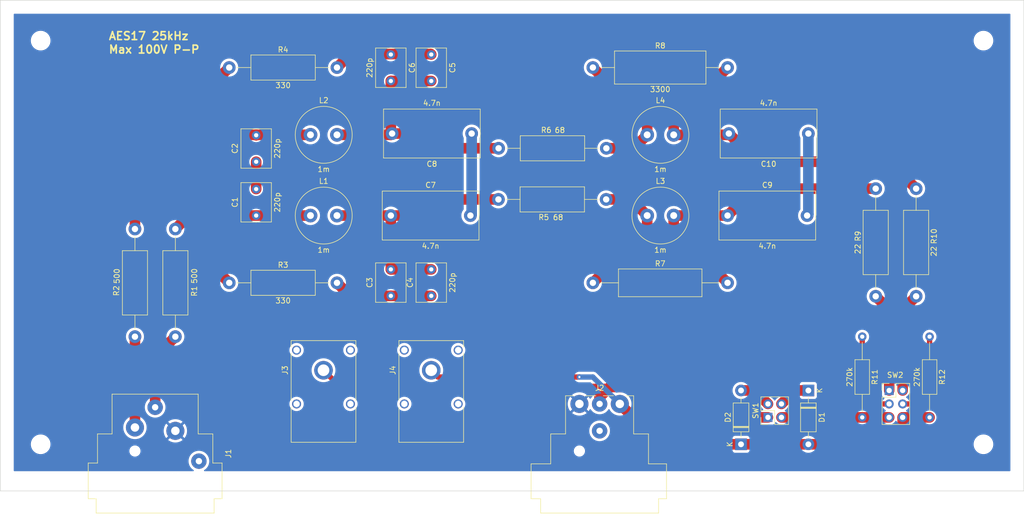
<source format=kicad_pcb>
(kicad_pcb (version 20221018) (generator pcbnew)
  (layers (0 "F.Cu" signal) (31 "B.Cu" signal) (34 "B.Paste" user) (35 "F.Paste" user) (36 "B.SilkS" user "B.Silkscreen") (37 "F.SilkS" user "F.Silkscreen") (38 "B.Mask" user) (39 "F.Mask" user) (44 "Edge.Cuts" user))
  (net 0 "")
  (net 1 "Net-(C1-Pad1)")
  (net 2 "Net-(C2-Pad2)")
  (net 3 "Net-(C1-Pad2)")
  (net 4 "Net-(C3-Pad1)")
  (net 5 "Net-(C3-Pad2)")
  (net 6 "Net-(C5-Pad1)")
  (net 7 "Net-(C5-Pad2)")
  (net 8 "Net-(C7-Pad2)")
  (net 9 "Net-(C9-Pad1)")
  (net 10 "Net-(C10-Pad1)")
  (net 11 "Net-(C10-Pad2)")
  (net 12 "Net-(D1-K)")
  (net 13 "Net-(D1-A)")
  (net 14 "Net-(D2-A)")
  (net 15 "GND")
  (net 16 "Net-(J1-Pad2)")
  (net 17 "Net-(J1-Pad3)")
  (net 18 "Net-(L3-Pad1)")
  (net 19 "Net-(L4-Pad1)")
  (net 20 "Net-(SW2A-B)")
  (net 21 "Net-(SW2B-B)")
  (net 22 "Net-(SW2A-C)")
  (net 23 "Net-(SW2B-C)")
  (net 24 "Net-(J3-Pin_1)")
  (footprint "Connector:Banana_Cliff_FCR7350x_S16N-PC_Horizontal" (layer "F.Cu") (at 129.54 115.56 90)
    (fp_text reference "J4" (at 0 -7.25 90 unlocked) (layer "F.SilkS"))
    (fp_text value "Conn_01x01_Pin")
    (fp_line (start -13.6 -6.1) (end -13.6 6.1) (stroke (width 0.12)) (layer "F.SilkS"))
    (fp_line (start -13.6 6.1) (end -7 6.1) (stroke (width 0.12)) (layer "F.SilkS"))
    (fp_line (start -7 -6.1) (end -13.6 -6.1) (stroke (width 0.12)) (layer "F.SilkS"))
    (fp_line (start -5.7 6.1) (end 3.2 6.1) (stroke (width 0.12)) (layer "F.SilkS"))
    (fp_line (start 3.2 -6.1) (end -5.7 -6.1) (stroke (width 0.12)) (layer "F.SilkS"))
    (fp_line (start 4.4 6.1) (end 5.6 6.1) (stroke (width 0.12)) (layer "F.SilkS"))
    (fp_line (start 5.6 -6.1) (end 4.4 -6.1) (stroke (width 0.12)) (layer "F.SilkS"))
    (fp_line (start 5.6 6.1) (end 5.6 -6.1) (stroke (width 0.12)) (layer "F.SilkS"))
    (pad "" np_thru_hole circle (at -6.36 -5.08 90) (size 1.7 1.7) (drill 1.2) (layers "F&B.Cu" "*.Mask"))
    (pad "" np_thru_hole circle (at -6.36 5.08 90) (size 1.7 1.7) (drill 1.2) (layers "F&B.Cu" "*.Mask"))
    (pad "" np_thru_hole circle (at 3.8 -5.08 90) (size 1.7 1.7) (drill 1.2) (layers "F&B.Cu" "*.Mask"))
    (pad "" np_thru_hole circle (at 3.8 5.08 90) (size 1.7 1.7) (drill 1.2) (layers "F&B.Cu" "*.Mask"))
    (pad "1" thru_hole circle (at 0 0 90) (size 3.5 3.5) (drill 2.2) (layers "*.Cu" "*.Mask") (net 13 "Net-(D1-A)"))
  )
  (footprint "Capacitor_THT:C_Rect_L18.0mm_W9.0mm_P15.00mm_FKS3_FKP3" (layer "F.Cu") (at 200.66 70.88 180)
    (fp_text reference "C10" (at 7.5 -5.75) (layer "F.SilkS"))
    (fp_text value "4.7n" (at 7.5 5.75) (layer "F.SilkS"))
    (fp_line (start -1.62 -4.62) (end -1.62 4.62) (stroke (width 0.12)) (layer "F.SilkS"))
    (fp_line (start -1.62 -4.62) (end 16.62 -4.62) (stroke (width 0.12)) (layer "F.SilkS"))
    (fp_line (start -1.62 4.62) (end 16.62 4.62) (stroke (width 0.12)) (layer "F.SilkS"))
    (fp_line (start 16.62 -4.62) (end 16.62 4.62) (stroke (width 0.12)) (layer "F.SilkS"))
    (pad "1" thru_hole circle (at 0 0 180) (size 2.4 2.4) (drill 1.2) (layers "*.Cu" "*.Mask") (net 10 "Net-(C10-Pad1)"))
    (pad "2" thru_hole circle (at 15 0 180) (size 2.4 2.4) (drill 1.2) (layers "*.Cu" "*.Mask") (net 11 "Net-(C10-Pad2)"))
  )
  (footprint "Resistor_THT:R_Axial_DIN0414_L11.9mm_D4.5mm_P20.32mm_Horizontal" (layer "F.Cu") (at 73.66 109.22 90)
    (fp_text reference "R2" (at 8.660205 -3.497465 90) (layer "F.SilkS"))
    (fp_text value "500" (at 11.432677 -3.402029 90) (layer "F.SilkS"))
    (fp_line (start 1.44 0) (end 4.09 0) (stroke (width 0.12)) (layer "F.SilkS"))
    (fp_line (start 4.09 -2.37) (end 4.09 2.37) (stroke (width 0.12)) (layer "F.SilkS"))
    (fp_line (start 4.09 2.37) (end 16.23 2.37) (stroke (width 0.12)) (layer "F.SilkS"))
    (fp_line (start 16.23 -2.37) (end 4.09 -2.37) (stroke (width 0.12)) (layer "F.SilkS"))
    (fp_line (start 16.23 2.37) (end 16.23 -2.37) (stroke (width 0.12)) (layer "F.SilkS"))
    (fp_line (start 18.88 0) (end 16.23 0) (stroke (width 0.12)) (layer "F.SilkS"))
    (pad "1" thru_hole circle (at 0 0 90) (size 2.4 2.4) (drill 1.2) (layers "*.Cu" "*.Mask") (net 16 "Net-(J1-Pad2)"))
    (pad "2" thru_hole oval (at 20.32 0 90) (size 2.4 2.4) (drill 1.2) (layers "*.Cu" "*.Mask") (net 2 "Net-(C2-Pad2)"))
  )
  (footprint "Connector_Audio:Jack_XLR_Neutrik_NC3MAAH_Horizontal" (layer "F.Cu") (at 157.48 121.92)
    (fp_text reference "J2" (at 3.81 -3) (layer "F.SilkS"))
    (fp_text value "NC3MAAH")
    (fp_line (start -9.11 11.31) (end -5.41 11.31) (stroke (width 0.12)) (layer "F.SilkS"))
    (fp_line (start -9.11 17.9) (end -9.11 11.31) (stroke (width 0.12)) (layer "F.SilkS"))
    (fp_line (start -7.31 17.9) (end -9.11 17.9) (stroke (width 0.12)) (layer "F.SilkS"))
    (fp_line (start -7.31 17.9) (end -7.31 20.6) (stroke (width 0.12)) (layer "F.SilkS"))
    (fp_line (start -5.41 11.31) (end -5.41 5.66) (stroke (width 0.12)) (layer "F.SilkS"))
    (fp_line (start -2.61 5.66) (end -5.41 5.66) (stroke (width 0.12)) (layer "F.SilkS"))
    (fp_line (start -2.61 5.66) (end -2.61 -1.54) (stroke (width 0.12)) (layer "F.SilkS"))
    (fp_line (start -1.19 -1.54) (end -2.61 -1.54) (stroke (width 0.12)) (layer "F.SilkS"))
    (fp_line (start 3.11 -1.54) (end 1.21 -1.54) (stroke (width 0.12)) (layer "F.SilkS"))
    (fp_line (start 4.51 -1.54) (end 6.41 -1.54) (stroke (width 0.12)) (layer "F.SilkS"))
    (fp_line (start 10.23 -1.54) (end 8.81 -1.54) (stroke (width 0.12)) (layer "F.SilkS"))
    (fp_line (start 10.23 5.66) (end 10.23 -1.54) (stroke (width 0.12)) (layer "F.SilkS"))
    (fp_line (start 10.23 5.66) (end 13.03 5.66) (stroke (width 0.12)) (layer "F.SilkS"))
    (fp_line (start 13.03 11.31) (end 13.03 5.66) (stroke (width 0.12)) (layer "F.SilkS"))
    (fp_line (start 13.03 11.31) (end 16.43 11.31) (stroke (width 0.12)) (layer "F.SilkS"))
    (fp_line (start 14.93 17.9) (end 14.93 20.6) (stroke (width 0.12)) (layer "F.SilkS"))
    (fp_line (start 14.93 20.6) (end -7.31 20.6) (stroke (width 0.12)) (layer "F.SilkS"))
    (fp_line (start 16.43 17.9) (end 14.93 17.9) (stroke (width 0.12)) (layer "F.SilkS"))
    (fp_line (start 16.43 17.9) (end 16.43 11.31) (stroke (width 0.12)) (layer "F.SilkS"))
    (pad "" np_thru_hole circle (at 0 8.89) (size 1.6 1.6) (drill 1.6) (layers "*.Cu" "*.Mask"))
    (pad "" np_thru_hole circle (at 7.62 13.97) (size 1.6 1.6) (drill 1.6) (layers "*.Cu" "*.Mask"))
    (pad "1" thru_hole circle (at 0 0) (size 3.4 3.4) (drill 1.6) (layers "*.Cu" "*.Mask") (net 15 "GND"))
    (pad "2" thru_hole circle (at 7.62 0) (size 3.4 3.4) (drill 1.6) (layers "*.Cu" "*.Mask") (net 13 "Net-(D1-A)"))
    (pad "3" thru_hole circle (at 3.81 0) (size 2.9 2.9) (drill 1.2) (layers "*.Cu" "*.Mask") (net 24 "Net-(J3-Pin_1)"))
    (pad "G" thru_hole circle (at 3.81 5.08) (size 2.9 2.9) (drill 1.2) (layers "*.Cu" "*.Mask"))
  )
  (footprint "MountingHole:MountingHole_3.2mm_M3" (layer "F.Cu") (at 233.68 53.34)
    (fp_text reference "H2" hide)
    (fp_text value "MountingHole")
    (pad "" np_thru_hole circle (at 0 0) (size 3.2 3.2) (drill 3.2) (layers "*.Cu" "*.Mask"))
  )
  (footprint "Capacitor_THT:C_Rect_L7.2mm_W5.5mm_P5.00mm_FKS2_FKP2_MKS2_MKP2" (layer "F.Cu") (at 96.52 76.2 90)
    (fp_text reference "C2" (at 2.5 -4 90) (layer "F.SilkS"))
    (fp_text value "220p" (at 2.5 4 90) (layer "F.SilkS"))
    (fp_line (start -1.22 -2.87) (end -1.22 2.87) (stroke (width 0.12)) (layer "F.SilkS"))
    (fp_line (start -1.22 -2.87) (end 6.22 -2.87) (stroke (width 0.12)) (layer "F.SilkS"))
    (fp_line (start -1.22 2.87) (end 6.22 2.87) (stroke (width 0.12)) (layer "F.SilkS"))
    (fp_line (start 6.22 -2.87) (end 6.22 2.87) (stroke (width 0.12)) (layer "F.SilkS"))
    (pad "1" thru_hole circle (at 0 0 90) (size 1.6 1.6) (drill 0.8) (layers "*.Cu" "*.Mask") (net 3 "Net-(C1-Pad2)"))
    (pad "2" thru_hole circle (at 5 0 90) (size 1.6 1.6) (drill 0.8) (layers "*.Cu" "*.Mask") (net 2 "Net-(C2-Pad2)"))
  )
  (footprint "Resistor_THT:R_Axial_DIN0414_L11.9mm_D4.5mm_P20.32mm_Horizontal" (layer "F.Cu") (at 220.98 81.28 -90)
    (fp_text reference "R10" (at 8.98852 -3.37 90) (layer "F.SilkS"))
    (fp_text value "22" (at 11.836897 -3.349269 90) (layer "F.SilkS"))
    (fp_line (start 1.44 0) (end 4.09 0) (stroke (width 0.12)) (layer "F.SilkS"))
    (fp_line (start 4.09 -2.37) (end 4.09 2.37) (stroke (width 0.12)) (layer "F.SilkS"))
    (fp_line (start 4.09 2.37) (end 16.23 2.37) (stroke (width 0.12)) (layer "F.SilkS"))
    (fp_line (start 16.23 -2.37) (end 4.09 -2.37) (stroke (width 0.12)) (layer "F.SilkS"))
    (fp_line (start 16.23 2.37) (end 16.23 -2.37) (stroke (width 0.12)) (layer "F.SilkS"))
    (fp_line (start 18.88 0) (end 16.23 0) (stroke (width 0.12)) (layer "F.SilkS"))
    (pad "1" thru_hole circle (at 0 0 270) (size 2.4 2.4) (drill 1.2) (layers "*.Cu" "*.Mask") (net 11 "Net-(C10-Pad2)"))
    (pad "2" thru_hole oval (at 20.32 0 270) (size 2.4 2.4) (drill 1.2) (layers "*.Cu" "*.Mask") (net 21 "Net-(SW2B-B)"))
  )
  (footprint "Resistor_THT:R_Axial_DIN0617_L17.0mm_D6.0mm_P25.40mm_Horizontal" (layer "F.Cu") (at 160.02 58.42)
    (fp_text reference "R8" (at 12.7 -4.12) (layer "F.SilkS"))
    (fp_text value "3300" (at 12.7 4.12) (layer "F.SilkS"))
    (fp_line (start 1.44 0) (end 4.08 0) (stroke (width 0.12)) (layer "F.SilkS"))
    (fp_line (start 4.08 -3.12) (end 4.08 3.12) (stroke (width 0.12)) (layer "F.SilkS"))
    (fp_line (start 4.08 3.12) (end 21.32 3.12) (stroke (width 0.12)) (layer "F.SilkS"))
    (fp_line (start 21.32 -3.12) (end 4.08 -3.12) (stroke (width 0.12)) (layer "F.SilkS"))
    (fp_line (start 21.32 3.12) (end 21.32 -3.12) (stroke (width 0.12)) (layer "F.SilkS"))
    (fp_line (start 23.96 0) (end 21.32 0) (stroke (width 0.12)) (layer "F.SilkS"))
    (pad "1" thru_hole circle (at 0 0) (size 2.4 2.4) (drill 1.2) (layers "*.Cu" "*.Mask") (net 19 "Net-(L4-Pad1)"))
    (pad "2" thru_hole oval (at 25.4 0) (size 2.4 2.4) (drill 1.2) (layers "*.Cu" "*.Mask") (net 11 "Net-(C10-Pad2)"))
  )
  (footprint "Connector_Audio:Jack_XLR_Neutrik_NC3FAAH2_Horizontal" (layer "F.Cu") (at 81.28 127 -90)
    (fp_text reference "J1" (at 4.3 -10 -90) (layer "F.SilkS"))
    (fp_text value "NC3FAAH")
    (fp_line (start -6.92 -4.31) (end -6.92 11.93) (stroke (width 0.12)) (layer "F.SilkS"))
    (fp_line (start 0.58 -7.06) (end 0.58 -4.31) (stroke (width 0.12)) (layer "F.SilkS"))
    (fp_line (start 0.58 -4.31) (end -6.92 -4.31) (stroke (width 0.12)) (layer "F.SilkS"))
    (fp_line (start 0.58 11.93) (end -6.92 11.93) (stroke (width 0.12)) (layer "F.SilkS"))
    (fp_line (start 0.58 11.93) (end 0.58 14.68) (stroke (width 0.12)) (layer "F.SilkS"))
    (fp_line (start 6.08 -7.06) (end 0.58 -7.06) (stroke (width 0.12)) (layer "F.SilkS"))
    (fp_line (start 6.08 -7.06) (end 6.08 -8.81) (stroke (width 0.12)) (layer "F.SilkS"))
    (fp_line (start 6.08 14.68) (end 0.58 14.68) (stroke (width 0.12)) (layer "F.SilkS"))
    (fp_line (start 6.08 16.43) (end 6.08 14.68) (stroke (width 0.12)) (layer "F.SilkS"))
    (fp_line (start 12.82 -8.81) (end 6.08 -8.81) (stroke (width 0.12)) (layer "F.SilkS"))
    (fp_line (start 12.82 -8.81) (end 12.82 -7.31) (stroke (width 0.12)) (layer "F.SilkS"))
    (fp_line (start 12.82 -7.31) (end 15.52 -7.31) (stroke (width 0.12)) (layer "F.SilkS"))
    (fp_line (start 12.82 14.93) (end 12.82 16.43) (stroke (width 0.12)) (layer "F.SilkS"))
    (fp_line (start 12.82 14.93) (end 15.52 14.93) (stroke (width 0.12)) (layer "F.SilkS"))
    (fp_line (start 12.82 16.43) (end 6.08 16.43) (stroke (width 0.12)) (layer "F.SilkS"))
    (fp_line (start 15.52 -7.31) (end 15.52 14.93) (stroke (width 0.12)) (layer "F.SilkS"))
    (pad "" np_thru_hole circle (at 3.81 7.62 270) (size 1.6 1.6) (drill 1.6) (layers "*.Cu" "*.Mask"))
    (pad "" np_thru_hole circle (at 8.89 0 270) (size 1.6 1.6) (drill 1.6) (layers "*.Cu" "*.Mask"))
    (pad "1" thru_hole circle (at 0 0 270) (size 3.4 3.4) (drill 1.6) (layers "*.Cu" "*.Mask") (net 15 "GND"))
    (pad "2" thru_hole circle (at -0.635 7.62 270) (size 3.4 3.4) (drill 1.6) (layers "*.Cu" "*.Mask") (net 16 "Net-(J1-Pad2)"))
    (pad "3" thru_hole circle (at -4.45 3.81 270) (size 2.9 2.9) (drill 1.2) (layers "*.Cu" "*.Mask") (net 17 "Net-(J1-Pad3)"))
    (pad "G" thru_hole circle (at 5.72 -4.44 270) (size 2.9 2.9) (drill 1.2) (layers "*.Cu" "*.Mask"))
  )
  (footprint "Inductor_THT:L_Radial_D10.5mm_P5.00mm_Abacron_AISR-01" (layer "F.Cu") (at 106.76 71.12)
    (fp_text reference "L2" (at 2.5 -6.5) (layer "F.SilkS"))
    (fp_text value "1m" (at 2.5 6.5) (layer "F.SilkS"))
    (fp_circle (center 2.5 0) (end 7.87 0) (stroke (width 0.12)) (fill none) (layer "F.SilkS"))
    (pad "1" thru_hole circle (at 0 0) (size 2.6 2.6) (drill 1.3) (layers "*.Cu" "*.Mask") (net 2 "Net-(C2-Pad2)"))
    (pad "2" thru_hole circle (at 5 0) (size 2.6 2.6) (drill 1.3) (layers "*.Cu" "*.Mask") (net 7 "Net-(C5-Pad2)"))
  )
  (footprint "Capacitor_THT:C_Rect_L7.2mm_W5.5mm_P5.00mm_FKS2_FKP2_MKS2_MKP2" (layer "F.Cu") (at 121.92 55.96 -90)
    (fp_text reference "C6" (at 2.5 -4 90) (layer "F.SilkS"))
    (fp_text value "220p" (at 2.5 4 90) (layer "F.SilkS"))
    (fp_line (start -1.22 -2.87) (end -1.22 2.87) (stroke (width 0.12)) (layer "F.SilkS"))
    (fp_line (start -1.22 -2.87) (end 6.22 -2.87) (stroke (width 0.12)) (layer "F.SilkS"))
    (fp_line (start -1.22 2.87) (end 6.22 2.87) (stroke (width 0.12)) (layer "F.SilkS"))
    (fp_line (start 6.22 -2.87) (end 6.22 2.87) (stroke (width 0.12)) (layer "F.SilkS"))
    (pad "1" thru_hole circle (at 0 0 270) (size 1.6 1.6) (drill 0.8) (layers "*.Cu" "*.Mask") (net 6 "Net-(C5-Pad1)"))
    (pad "2" thru_hole circle (at 5 0 270) (size 1.6 1.6) (drill 0.8) (layers "*.Cu" "*.Mask") (net 7 "Net-(C5-Pad2)"))
  )
  (footprint "Resistor_THT:R_Axial_DIN0516_L15.5mm_D5.0mm_P25.40mm_Horizontal" (layer "F.Cu") (at 160.02 99.06)
    (fp_text reference "R7" (at 12.7 -3.62) (layer "F.SilkS"))
    (fp_text value "3300")
    (fp_line (start 1.44 0) (end 4.83 0) (stroke (width 0.12)) (layer "F.SilkS"))
    (fp_line (start 4.83 -2.62) (end 4.83 2.62) (stroke (width 0.12)) (layer "F.SilkS"))
    (fp_line (start 4.83 2.62) (end 20.57 2.62) (stroke (width 0.12)) (layer "F.SilkS"))
    (fp_line (start 20.57 -2.62) (end 4.83 -2.62) (stroke (width 0.12)) (layer "F.SilkS"))
    (fp_line (start 20.57 2.62) (end 20.57 -2.62) (stroke (width 0.12)) (layer "F.SilkS"))
    (fp_line (start 23.96 0) (end 20.57 0) (stroke (width 0.12)) (layer "F.SilkS"))
    (pad "1" thru_hole circle (at 0 0) (size 2.4 2.4) (drill 1.2) (layers "*.Cu" "*.Mask") (net 18 "Net-(L3-Pad1)"))
    (pad "2" thru_hole oval (at 25.4 0) (size 2.4 2.4) (drill 1.2) (layers "*.Cu" "*.Mask") (net 9 "Net-(C9-Pad1)"))
  )
  (footprint "Inductor_THT:L_Radial_D10.5mm_P5.00mm_Abacron_AISR-01" (layer "F.Cu") (at 106.76 86.36)
    (fp_text reference "L1" (at 2.5 -6.5) (layer "F.SilkS"))
    (fp_text value "1m" (at 2.5 6.5) (layer "F.SilkS"))
    (fp_circle (center 2.5 0) (end 7.87 0) (stroke (width 0.12)) (fill none) (layer "F.SilkS"))
    (pad "1" thru_hole circle (at 0 0) (size 2.6 2.6) (drill 1.3) (layers "*.Cu" "*.Mask") (net 1 "Net-(C1-Pad1)"))
    (pad "2" thru_hole circle (at 5 0) (size 2.6 2.6) (drill 1.3) (layers "*.Cu" "*.Mask") (net 5 "Net-(C3-Pad2)"))
  )
  (footprint "Diode_THT:D_DO-41_SOD81_P10.16mm_Horizontal" (layer "F.Cu") (at 187.96 129.54 90)
    (fp_text reference "D2" (at 5.08 -2.47 90) (layer "F.SilkS"))
    (fp_text value "D_Zener")
    (fp_text user "K" (at 0 -2.1 90) (layer "F.SilkS"))
    (fp_line (start 1.34 0) (end 2.36 0) (stroke (width 0.12)) (layer "F.SilkS"))
    (fp_line (start 2.36 -1.47) (end 2.36 1.47) (stroke (width 0.12)) (layer "F.SilkS"))
    (fp_line (start 2.36 1.47) (end 7.8 1.47) (stroke (width 0.12)) (layer "F.SilkS"))
    (fp_line (start 3.14 -1.47) (end 3.14 1.47) (stroke (width 0.12)) (layer "F.SilkS"))
    (fp_line (start 3.26 -1.47) (end 3.26 1.47) (stroke (width 0.12)) (layer "F.SilkS"))
    (fp_line (start 3.38 -1.47) (end 3.38 1.47) (stroke (width 0.12)) (layer "F.SilkS"))
    (fp_line (start 7.8 -1.47) (end 2.36 -1.47) (stroke (width 0.12)) (layer "F.SilkS"))
    (fp_line (start 7.8 1.47) (end 7.8 -1.47) (stroke (width 0.12)) (layer "F.SilkS"))
    (fp_line (start 8.82 0) (end 7.8 0) (stroke (width 0.12)) (layer "F.SilkS"))
    (pad "1" thru_hole rect (at 0 0 90) (size 2.2 2.2) (drill 1.1) (layers "*.Cu" "*.Mask") (net 13 "Net-(D1-A)"))
    (pad "2" thru_hole oval (at 10.16 0 90) (size 2.2 2.2) (drill 1.1) (layers "*.Cu" "*.Mask") (net 14 "Net-(D2-A)"))
  )
  (footprint "Capacitor_THT:C_Rect_L18.0mm_W9.0mm_P15.00mm_FKS3_FKP3" (layer "F.Cu") (at 121.92 86.36)
    (fp_text reference "C7" (at 7.5 -5.75) (layer "F.SilkS"))
    (fp_text value "4.7n" (at 7.5 5.75) (layer "F.SilkS"))
    (fp_line (start -1.62 -4.62) (end -1.62 4.62) (stroke (width 0.12)) (layer "F.SilkS"))
    (fp_line (start -1.62 -4.62) (end 16.62 -4.62) (stroke (width 0.12)) (layer "F.SilkS"))
    (fp_line (start -1.62 4.62) (end 16.62 4.62) (stroke (width 0.12)) (layer "F.SilkS"))
    (fp_line (start 16.62 -4.62) (end 16.62 4.62) (stroke (width 0.12)) (layer "F.SilkS"))
    (pad "1" thru_hole circle (at 0 0) (size 2.4 2.4) (drill 1.2) (layers "*.Cu" "*.Mask") (net 5 "Net-(C3-Pad2)"))
    (pad "2" thru_hole circle (at 15 0) (size 2.4 2.4) (drill 1.2) (layers "*.Cu" "*.Mask") (net 8 "Net-(C7-Pad2)"))
  )
  (footprint "Capacitor_THT:C_Rect_L7.2mm_W5.5mm_P5.00mm_FKS2_FKP2_MKS2_MKP2" (layer "F.Cu") (at 129.54 101.52 90)
    (fp_text reference "C4" (at 2.5 -4 90) (layer "F.SilkS"))
    (fp_text value "220p" (at 2.5 4 90) (layer "F.SilkS"))
    (fp_line (start -1.22 -2.87) (end -1.22 2.87) (stroke (width 0.12)) (layer "F.SilkS"))
    (fp_line (start -1.22 -2.87) (end 6.22 -2.87) (stroke (width 0.12)) (layer "F.SilkS"))
    (fp_line (start -1.22 2.87) (end 6.22 2.87) (stroke (width 0.12)) (layer "F.SilkS"))
    (fp_line (start 6.22 -2.87) (end 6.22 2.87) (stroke (width 0.12)) (layer "F.SilkS"))
    (pad "1" thru_hole circle (at 0 0 90) (size 1.6 1.6) (drill 0.8) (layers "*.Cu" "*.Mask") (net 4 "Net-(C3-Pad1)"))
    (pad "2" thru_hole circle (at 5 0 90) (size 1.6 1.6) (drill 0.8) (layers "*.Cu" "*.Mask") (net 5 "Net-(C3-Pad2)"))
  )
  (footprint "Resistor_THT:R_Axial_DIN0414_L11.9mm_D4.5mm_P20.32mm_Horizontal" (layer "F.Cu") (at 213.36 81.28 -90)
    (fp_text reference "R9" (at 8.966772 3.344099 90) (layer "F.SilkS"))
    (fp_text value "22" (at 11.390053 3.37 90) (layer "F.SilkS"))
    (fp_line (start 1.44 0) (end 4.09 0) (stroke (width 0.12)) (layer "F.SilkS"))
    (fp_line (start 4.09 -2.37) (end 4.09 2.37) (stroke (width 0.12)) (layer "F.SilkS"))
    (fp_line (start 4.09 2.37) (end 16.23 2.37) (stroke (width 0.12)) (layer "F.SilkS"))
    (fp_line (start 16.23 -2.37) (end 4.09 -2.37) (stroke (width 0.12)) (layer "F.SilkS"))
    (fp_line (start 16.23 2.37) (end 16.23 -2.37) (stroke (width 0.12)) (layer "F.SilkS"))
    (fp_line (start 18.88 0) (end 16.23 0) (stroke (width 0.12)) (layer "F.SilkS"))
    (pad "1" thru_hole circle (at 0 0 270) (size 2.4 2.4) (drill 1.2) (layers "*.Cu" "*.Mask") (net 9 "Net-(C9-Pad1)"))
    (pad "2" thru_hole oval (at 20.32 0 270) (size 2.4 2.4) (drill 1.2) (layers "*.Cu" "*.Mask") (net 20 "Net-(SW2A-B)"))
  )
  (footprint "Resistor_THT:R_Axial_DIN0414_L11.9mm_D4.5mm_P20.32mm_Horizontal" (layer "F.Cu") (at 142.207136 83.314162)
    (fp_text reference "R5" (at 8.54663 3.376772) (layer "F.SilkS"))
    (fp_text value "68" (at 11.256969 3.402673) (layer "F.SilkS"))
    (fp_line (start 1.44 0) (end 4.09 0) (stroke (width 0.12)) (layer "F.SilkS"))
    (fp_line (start 4.09 -2.37) (end 4.09 2.37) (stroke (width 0.12)) (layer "F.SilkS"))
    (fp_line (start 4.09 2.37) (end 16.23 2.37) (stroke (width 0.12)) (layer "F.SilkS"))
    (fp_line (start 16.23 -2.37) (end 4.09 -2.37) (stroke (width 0.12)) (layer "F.SilkS"))
    (fp_line (start 16.23 2.37) (end 16.23 -2.37) (stroke (width 0.12)) (layer "F.SilkS"))
    (fp_line (start 18.88 0) (end 16.23 0) (stroke (width 0.12)) (layer "F.SilkS"))
    (pad "1" thru_hole circle (at 0 0) (size 2.4 2.4) (drill 1.2) (layers "*.Cu" "*.Mask") (net 5 "Net-(C3-Pad2)"))
    (pad "2" thru_hole oval (at 20.32 0) (size 2.4 2.4) (drill 1.2) (layers "*.Cu" "*.Mask") (net 18 "Net-(L3-Pad1)"))
  )
  (footprint "Capacitor_THT:C_Rect_L18.0mm_W9.0mm_P15.00mm_FKS3_FKP3" (layer "F.Cu") (at 185.42 86.36)
    (fp_text reference "C9" (at 7.5 -5.75) (layer "F.SilkS"))
    (fp_text value "4.7n" (at 7.5 5.75) (layer "F.SilkS"))
    (fp_line (start -1.62 -4.62) (end -1.62 4.62) (stroke (width 0.12)) (layer "F.SilkS"))
    (fp_line (start -1.62 -4.62) (end 16.62 -4.62) (stroke (width 0.12)) (layer "F.SilkS"))
    (fp_line (start -1.62 4.62) (end 16.62 4.62) (stroke (width 0.12)) (layer "F.SilkS"))
    (fp_line (start 16.62 -4.62) (end 16.62 4.62) (stroke (width 0.12)) (layer "F.SilkS"))
    (pad "1" thru_hole circle (at 0 0) (size 2.4 2.4) (drill 1.2) (layers "*.Cu" "*.Mask") (net 9 "Net-(C9-Pad1)"))
    (pad "2" thru_hole circle (at 15 0) (size 2.4 2.4) (drill 1.2) (layers "*.Cu" "*.Mask") (net 10 "Net-(C10-Pad1)"))
  )
  (footprint "Resistor_THT:R_Axial_DIN0207_L6.3mm_D2.5mm_P15.24mm_Horizontal" (layer "F.Cu") (at 223.52 109.22 -90)
    (fp_text reference "R12" (at 7.62 -2.37 90) (layer "F.SilkS"))
    (fp_text value "270k" (at 7.62 2.37 90) (layer "F.SilkS"))
    (fp_line (start 1.04 0) (end 4.35 0) (stroke (width 0.12)) (layer "F.SilkS"))
    (fp_line (start 4.35 -1.37) (end 4.35 1.37) (stroke (width 0.12)) (layer "F.SilkS"))
    (fp_line (start 4.35 1.37) (end 10.89 1.37) (stroke (width 0.12)) (layer "F.SilkS"))
    (fp_line (start 10.89 -1.37) (end 4.35 -1.37) (stroke (width 0.12)) (layer "F.SilkS"))
    (fp_line (start 10.89 1.37) (end 10.89 -1.37) (stroke (width 0.12)) (layer "F.SilkS"))
    (fp_line (start 14.2 0) (end 10.89 0) (stroke (width 0.12)) (layer "F.SilkS"))
    (pad "1" thru_hole circle (at 0 0 270) (size 1.6 1.6) (drill 0.8) (layers "*.Cu" "*.Mask") (net 23 "Net-(SW2B-C)"))
    (pad "2" thru_hole oval (at 15.24 0 270) (size 1.6 1.6) (drill 0.8) (layers "*.Cu" "*.Mask") (net 13 "Net-(D1-A)"))
  )
  (footprint "Diode_THT:D_DO-41_SOD81_P10.16mm_Horizontal" (layer "F.Cu") (at 200.66 119.38 -90)
    (fp_text reference "D1" (at 5.08 -2.54 90) (layer "F.SilkS"))
    (fp_text value "D_Zener")
    (fp_text user "K" (at 0 -2.1 90) (layer "F.SilkS"))
    (fp_line (start 1.34 0) (end 2.36 0) (stroke (width 0.12)) (layer "F.SilkS"))
    (fp_line (start 2.36 -1.47) (end 2.36 1.47) (stroke (width 0.12)) (layer "F.SilkS"))
    (fp_line (start 2.36 1.47) (end 7.8 1.47) (stroke (width 0.12)) (layer "F.SilkS"))
    (fp_line (start 3.14 -1.47) (end 3.14 1.47) (stroke (width 0.12)) (layer "F.SilkS"))
    (fp_line (start 3.26 -1.47) (end 3.26 1.47) (stroke (width 0.12)) (layer "F.SilkS"))
    (fp_line (start 3.38 -1.47) (end 3.38 1.47) (stroke (width 0.12)) (layer "F.SilkS"))
    (fp_line (start 7.8 -1.47) (end 2.36 -1.47) (stroke (width 0.12)) (layer "F.SilkS"))
    (fp_line (start 7.8 1.47) (end 7.8 -1.47) (stroke (width 0.12)) (layer "F.SilkS"))
    (fp_line (start 8.82 0) (end 7.8 0) (stroke (width 0.12)) (layer "F.SilkS"))
    (pad "1" thru_hole rect (at 0 0 270) (size 2.2 2.2) (drill 1.1) (layers "*.Cu" "*.Mask") (net 12 "Net-(D1-K)"))
    (pad "2" thru_hole oval (at 10.16 0 270) (size 2.2 2.2) (drill 1.1) (layers "*.Cu" "*.Mask") (net 13 "Net-(D1-A)"))
  )
  (footprint "Connector_PinHeader_2.54mm:PinHeader_2x02_P2.54mm_Vertical" (layer "F.Cu") (at 193.04 124.46 90)
    (fp_text reference "SW1" (at 1.27 -2.33 90) (layer "F.SilkS"))
    (fp_text value "SW_DPST")
    (fp_line (start -1.33 -1.33) (end 0 -1.33) (stroke (width 0.12)) (layer "F.SilkS"))
    (fp_line (start -1.33 0) (end -1.33 -1.33) (stroke (width 0.12)) (layer "F.SilkS"))
    (fp_line (start -1.33 1.27) (end -1.33 3.87) (stroke (width 0.12)) (layer "F.SilkS"))
    (fp_line (start -1.33 1.27) (end 1.27 1.27) (stroke (width 0.12)) (layer "F.SilkS"))
    (fp_line (start -1.33 3.87) (end 3.87 3.87) (stroke (width 0.12)) (layer "F.SilkS"))
    (fp_line (start 1.27 -1.33) (end 3.87 -1.33) (stroke (width 0.12)) (layer "F.SilkS"))
    (fp_line (start 1.27 1.27) (end 1.27 -1.33) (stroke (width 0.12)) (layer "F.SilkS"))
    (fp_line (start 3.87 -1.33) (end 3.87 3.87) (stroke (width 0.12)) (layer "F.SilkS"))
    (pad "1" thru_hole rect (at 0 0 90) (size 1.7 1.7) (drill 1) (layers "*.Cu" "*.Mask") (net 24 "Net-(J3-Pin_1)"))
    (pad "2" thru_hole oval (at 2.54 2.54 90) (size 1.7 1.7) (drill 1) (layers "*.Cu" "*.Mask") (net 12 "Net-(D1-K)"))
    (pad "3" thru_hole oval (at 0 2.54 90) (size 1.7 1.7) (drill 1) (layers "*.Cu" "*.Mask") (net 24 "Net-(J3-Pin_1)"))
    (pad "4" thru_hole oval (at 2.54 0 90) (size 1.7 1.7) (drill 1) (layers "*.Cu" "*.Mask") (net 14 "Net-(D2-A)"))
  )
  (footprint "MountingHole:MountingHole_3.2mm_M3" (layer "F.Cu") (at 55.88 53.34)
    (fp_text reference "H1" hide)
    (fp_text value "MountingHole")
    (pad "" np_thru_hole circle (at 0 0) (size 3.2 3.2) (drill 3.2) (layers "*.Cu" "*.Mask"))
  )
  (footprint "Inductor_THT:L_Radial_D10.5mm_P5.00mm_Abacron_AISR-01" (layer "F.Cu") (at 170.26 71.12)
    (fp_text reference "L4" (at 2.5 -6.5) (layer "F.SilkS"))
    (fp_text value "1m" (at 2.5 6.5) (layer "F.SilkS"))
    (fp_circle (center 2.5 0) (end 7.87 0) (stroke (width 0.12)) (fill none) (layer "F.SilkS"))
    (pad "1" thru_hole circle (at 0 0) (size 2.6 2.6) (drill 1.3) (layers "*.Cu" "*.Mask") (net 19 "Net-(L4-Pad1)"))
    (pad "2" thru_hole circle (at 5 0) (size 2.6 2.6) (drill 1.3) (layers "*.Cu" "*.Mask") (net 11 "Net-(C10-Pad2)"))
  )
  (footprint "MountingHole:MountingHole_3.2mm_M3" (layer "F.Cu") (at 55.88 129.54)
    (fp_text reference "H3" hide)
    (fp_text value "MountingHole")
    (pad "" np_thru_hole circle (at 0 0) (size 3.2 3.2) (drill 3.2) (layers "*.Cu" "*.Mask"))
  )
  (footprint "Resistor_THT:R_Axial_DIN0414_L11.9mm_D4.5mm_P20.32mm_Horizontal" (layer "F.Cu") (at 81.28 109.22 90)
    (fp_text reference "R1" (at 8.572662 3.572437 90) (layer "F.SilkS"))
    (fp_text value "500" (at 11.446466 3.593994 90) (layer "F.SilkS"))
    (fp_line (start 1.44 0) (end 4.09 0) (stroke (width 0.12)) (layer "F.SilkS"))
    (fp_line (start 4.09 -2.37) (end 4.09 2.37) (stroke (width 0.12)) (layer "F.SilkS"))
    (fp_line (start 4.09 2.37) (end 16.23 2.37) (stroke (width 0.12)) (layer "F.SilkS"))
    (fp_line (start 16.23 -2.37) (end 4.09 -2.37) (stroke (width 0.12)) (layer "F.SilkS"))
    (fp_line (start 16.23 2.37) (end 16.23 -2.37) (stroke (width 0.12)) (layer "F.SilkS"))
    (fp_line (start 18.88 0) (end 16.23 0) (stroke (width 0.12)) (layer "F.SilkS"))
    (pad "1" thru_hole circle (at 0 0 90) (size 2.4 2.4) (drill 1.2) (layers "*.Cu" "*.Mask") (net 17 "Net-(J1-Pad3)"))
    (pad "2" thru_hole oval (at 20.32 0 90) (size 2.4 2.4) (drill 1.2) (layers "*.Cu" "*.Mask") (net 1 "Net-(C1-Pad1)"))
  )
  (footprint "Capacitor_THT:C_Rect_L7.2mm_W5.5mm_P5.00mm_FKS2_FKP2_MKS2_MKP2" (layer "F.Cu") (at 129.54 55.96 -90)
    (fp_text reference "C5" (at 2.5 -4 90) (layer "F.SilkS"))
    (fp_text value "220p")
    (fp_line (start -1.22 -2.87) (end -1.22 2.87) (stroke (width 0.12)) (layer "F.SilkS"))
    (fp_line (start -1.22 -2.87) (end 6.22 -2.87) (stroke (width 0.12)) (layer "F.SilkS"))
    (fp_line (start -1.22 2.87) (end 6.22 2.87) (stroke (width 0.12)) (layer "F.SilkS"))
    (fp_line (start 6.22 -2.87) (end 6.22 2.87) (stroke (width 0.12)) (layer "F.SilkS"))
    (pad "1" thru_hole circle (at 0 0 270) (size 1.6 1.6) (drill 0.8) (layers "*.Cu" "*.Mask") (net 6 "Net-(C5-Pad1)"))
    (pad "2" thru_hole circle (at 5 0 270) (size 1.6 1.6) (drill 0.8) (layers "*.Cu" "*.Mask") (net 7 "Net-(C5-Pad2)"))
  )
  (footprint "Resistor_THT:R_Axial_DIN0414_L11.9mm_D4.5mm_P20.32mm_Horizontal" (layer "F.Cu") (at 142.24 73.66)
    (fp_text reference "R6" (at 8.98852 -3.428574) (layer "F.SilkS"))
    (fp_text value "68" (at 11.549839 -3.407843) (layer "F.SilkS"))
    (fp_line (start 1.44 0) (end 4.09 0) (stroke (width 0.12)) (layer "F.SilkS"))
    (fp_line (start 4.09 -2.37) (end 4.09 2.37) (stroke (width 0.12)) (layer "F.SilkS"))
    (fp_line (start 4.09 2.37) (end 16.23 2.37) (stroke (width 0.12)) (layer "F.SilkS"))
    (fp_line (start 16.23 -2.37) (end 4.09 -2.37) (stroke (width 0.12)) (layer "F.SilkS"))
    (fp_line (start 16.23 2.37) (end 16.23 -2.37) (stroke (width 0.12)) (layer "F.SilkS"))
    (fp_line (start 18.88 0) (end 16.23 0) (stroke (width 0.12)) (layer "F.SilkS"))
    (pad "1" thru_hole circle (at 0 0) (size 2.4 2.4) (drill 1.2) (layers "*.Cu" "*.Mask") (net 7 "Net-(C5-Pad2)"))
    (pad "2" thru_hole oval (at 20.32 0) (size 2.4 2.4) (drill 1.2) (layers "*.Cu" "*.Mask") (net 19 "Net-(L4-Pad1)"))
  )
  (footprint "Resistor_THT:R_Axial_DIN0207_L6.3mm_D2.5mm_P15.24mm_Horizontal" (layer "F.Cu") (at 210.82 109.22 -90)
    (fp_text reference "R11" (at 7.62 -2.37 90) (layer "F.SilkS"))
    (fp_text value "270k" (at 7.62 2.37 90) (layer "F.SilkS"))
    (fp_line (start 1.04 0) (end 4.35 0) (stroke (width 0.12)) (layer "F.SilkS"))
    (fp_line (start 4.35 -1.37) (end 4.35 1.37) (stroke (width 0.12)) (layer "F.SilkS"))
    (fp_line (start 4.35 1.37) (end 10.89 1.37) (stroke (width 0.12)) (layer "F.SilkS"))
    (fp_line (start 10.89 -1.37) (end 4.35 -1.37) (stroke (width 0.12)) (layer "F.SilkS"))
    (fp_line (start 10.89 1.37) (end 10.89 -1.37) (stroke (width 0.12)) (layer "F.SilkS"))
    (fp_line (start 14.2 0) (end 10.89 0) (stroke (width 0.12)) (layer "F.SilkS"))
    (pad "1" thru_hole circle (at 0 0 270) (size 1.6 1.6) (drill 0.8) (layers "*.Cu" "*.Mask") (net 22 "Net-(SW2A-C)"))
    (pad "2" thru_hole oval (at 15.24 0 270) (size 1.6 1.6) (drill 0.8) (layers "*.Cu" "*.Mask") (net 24 "Net-(J3-Pin_1)"))
  )
  (footprint "Inductor_THT:L_Radial_D10.5mm_P5.00mm_Abacron_AISR-01" (layer "F.Cu") (at 170.26 86.36)
    (fp_text reference "L3" (at 2.5 -6.5) (layer "F.SilkS"))
    (fp_text value "1m" (at 2.5 6.5) (layer "F.SilkS"))
    (fp_circle (center 2.5 0) (end 7.87 0) (stroke (width 0.12)) (fill none) (layer "F.SilkS"))
    (pad "1" thru_hole circle (at 0 0) (size 2.6 2.6) (drill 1.3) (layers "*.Cu" "*.Mask") (net 18 "Net-(L3-Pad1)"))
    (pad "2" thru_hole circle (at 5 0) (size 2.6 2.6) (drill 1.3) (layers "*.Cu" "*.Mask") (net 9 "Net-(C9-Pad1)"))
  )
  (footprint "Connector:Banana_Cliff_FCR7350x_S16N-PC_Horizontal" (layer "F.Cu") (at 109.22 115.56 90)
    (fp_text reference "J3" (at 0 -7.25 90 unlocked) (layer "F.SilkS"))
    (fp_text value "Conn_01x01_Pin")
    (fp_line (start -13.6 -6.1) (end -13.6 6.1) (stroke (width 0.12)) (layer "F.SilkS"))
    (fp_line (start -13.6 6.1) (end -7 6.1) (stroke (width 0.12)) (layer "F.SilkS"))
    (fp_line (start -7 -6.1) (end -13.6 -6.1) (stroke (width 0.12)) (layer "F.SilkS"))
    (fp_line (start -5.7 6.1) (end 3.2 6.1) (stroke (width 0.12)) (layer "F.SilkS"))
    (fp_line (start 3.2 -6.1) (end -5.7 -6.1) (stroke (width 0.12)) (layer "F.SilkS"))
    (fp_line (start 4.4 6.1) (end 5.6 6.1) (stroke (width 0.12)) (layer "F.SilkS"))
    (fp_line (start 5.6 -6.1) (end 4.4 -6.1) (stroke (width 0.12)) (layer "F.SilkS"))
    (fp_line (start 5.6 6.1) (end 5.6 -6.1) (stroke (width 0.12)) (layer "F.SilkS"))
    (pad "" np_thru_hole circle (at -6.36 -5.08 90) (size 1.7 1.7) (drill 1.2) (layers "F&B.Cu" "*.Mask"))
    (pad "" np_thru_hole circle (at -6.36 5.08 90) (size 1.7 1.7) (drill 1.2) (layers "F&B.Cu" "*.Mask"))
    (pad "" np_thru_hole circle (at 3.8 -5.08 90) (size 1.7 1.7) (drill 1.2) (layers "F&B.Cu" "*.Mask"))
    (pad "" np_thru_hole circle (at 3.8 5.08 90) (size 1.7 1.7) (drill 1.2) (layers "F&B.Cu" "*.Mask"))
    (pad "1" thru_hole circle (at 0 0 90) (size 3.5 3.5) (drill 2.2) (layers "*.Cu" "*.Mask") (net 24 "Net-(J3-Pin_1)"))
  )
  (footprint "Capacitor_THT:C_Rect_L7.2mm_W5.5mm_P5.00mm_FKS2_FKP2_MKS2_MKP2" (layer "F.Cu") (at 96.52 86.36 90)
    (fp_text reference "C1" (at 2.5 -4 90) (layer "F.SilkS"))
    (fp_text value "220p" (at 2.5 4 90) (layer "F.SilkS"))
    (fp_line (start -1.22 -2.87) (end -1.22 2.87) (stroke (width 0.12)) (layer "F.SilkS"))
    (fp_line (start -1.22 -2.87) (end 6.22 -2.87) (stroke (width 0.12)) (layer "F.SilkS"))
    (fp_line (start -1.22 2.87) (end 6.22 2.87) (stroke (width 0.12)) (layer "F.SilkS"))
    (fp_line (start 6.22 -2.87) (end 6.22 2.87) (stroke (width 0.12)) (layer "F.SilkS"))
    (pad "1" thru_hole circle (at 0 0 90) (size 1.6 1.6) (drill 0.8) (layers "*.Cu" "*.Mask") (net 1 "Net-(C1-Pad1)"))
    (pad "2" thru_hole circle (at 5 0 90) (size 1.6 1.6) (drill 0.8) (layers "*.Cu" "*.Mask") (net 3 "Net-(C1-Pad2)"))
  )
  (footprint "Connector_PinHeader_2.54mm:PinHeader_2x03_P2.54mm_Vertical" (layer "F.Cu") (at 215.9 119.38)
    (fp_text reference "SW2" (at 1.1376 -2.915723) (layer "F.SilkS"))
    (fp_text value "SW_DPDT_x2")
    (fp_line (start -1.33 -1.33) (end 0 -1.33) (stroke (width 0.12)) (layer "F.SilkS"))
    (fp_line (start -1.33 0) (end -1.33 -1.33) (stroke (width 0.12)) (layer "F.SilkS"))
    (fp_line (start -1.33 1.27) (end -1.33 6.41) (stroke (width 0.12)) (layer "F.SilkS"))
    (fp_line (start -1.33 1.27) (end 1.27 1.27) (stroke (width 0.12)) (layer "F.SilkS"))
    (fp_line (start -1.33 6.41) (end 3.87 6.41) (stroke (width 0.12)) (layer "F.SilkS"))
    (fp_line (start 1.27 -1.33) (end 3.87 -1.33) (stroke (width 0.12)) (layer "F.SilkS"))
    (fp_line (start 1.27 1.27) (end 1.27 -1.33) (stroke (width 0.12)) (layer "F.SilkS"))
    (fp_line (start 3.87 -1.33) (end 3.87 6.41) (stroke (width 0.12)) (layer "F.SilkS"))
    (pad "1" thru_hole oval (at 0 5.08) (size 1.7 1.7) (drill 1) (layers "*.Cu" "*.Mask") (net 24 "Net-(J3-Pin_1)"))
    (pad "2" thru_hole rect (at 0 0) (size 1.7 1.7) (drill 1) (layers "*.Cu" "*.Mask") (net 20 "Net-(SW2A-B)"))
    (pad "3" thru_hole oval (at 0 2.54) (size 1.7 1.7) (drill 1) (layers "*.Cu" "*.Mask") (net 22 "Net-(SW2A-C)"))
    (pad "4" thru_hole oval (at 2.54 5.08) (size 1.7 1.7) (drill 1) (layers "*.Cu" "*.Mask") (net 13 "Net-(D1-A)"))
    (pad "5" thru_hole oval (at 2.54 0) (size 1.7 1.7) (drill 1) (layers "*.Cu" "*.Mask") (net 21 "Net-(SW2B-B)"))
    (pad "6" thru_hole oval (at 2.54 2.54) (size 1.7 1.7) (drill 1) (layers "*.Cu" "*.Mask") (net 23 "Net-(SW2B-C)"))
  )
  (footprint "Capacitor_THT:C_Rect_L18.0mm_W9.0mm_P15.00mm_FKS3_FKP3" (layer "F.Cu") (at 137.16 70.88 180)
    (fp_text reference "C8" (at 7.5 -5.75) (layer "F.SilkS"))
    (fp_text value "4.7n" (at 7.5 5.75) (layer "F.SilkS"))
    (fp_line (start -1.62 -4.62) (end -1.62 4.62) (stroke (width 0.12)) (layer "F.SilkS"))
    (fp_line (start -1.62 -4.62) (end 16.62 -4.62) (stroke (width 0.12)) (layer "F.SilkS"))
    (fp_line (start -1.62 4.62) (end 16.62 4.62) (stroke (width 0.12)) (layer "F.SilkS"))
    (fp_line (start 16.62 -4.62) (end 16.62 4.62) (stroke (width 0.12)) (layer "F.SilkS"))
    (pad "1" thru_hole circle (at 0 0 180) (size 2.4 2.4) (drill 1.2) (layers "*.Cu" "*.Mask") (net 8 "Net-(C7-Pad2)"))
    (pad "2" thru_hole circle (at 15 0 180) (size 2.4 2.4) (drill 1.2) (layers "*.Cu" "*.Mask") (net 7 "Net-(C5-Pad2)"))
  )
  (footprint "Resistor_THT:R_Axial_DIN0414_L11.9mm_D4.5mm_P20.32mm_Horizontal" (layer "F.Cu") (at 91.44 58.42)
    (fp_text reference "R4" (at 10.16 -3.37) (layer "F.SilkS"))
    (fp_text value "330" (at 10.16 3.37) (layer "F.SilkS"))
    (fp_line (start 1.44 0) (end 4.09 0) (stroke (width 0.12)) (layer "F.SilkS"))
    (fp_line (start 4.09 -2.37) (end 4.09 2.37) (stroke (width 0.12)) (layer "F.SilkS"))
    (fp_line (start 4.09 2.37) (end 16.23 2.37) (stroke (width 0.12)) (layer "F.SilkS"))
    (fp_line (start 16.23 -2.37) (end 4.09 -2.37) (stroke (width 0.12)) (layer "F.SilkS"))
    (fp_line (start 16.23 2.37) (end 16.23 -2.37) (stroke (width 0.12)) (layer "F.SilkS"))
    (fp_line (start 18.88 0) (end 16.23 0) (stroke (width 0.12)) (layer "F.SilkS"))
    (pad "1" thru_hole circle (at 0 0) (size 2.4 2.4) (drill 1.2) (layers "*.Cu" "*.Mask") (net 2 "Net-(C2-Pad2)"))
    (pad "2" thru_hole oval (at 20.32 0) (size 2.4 2.4) (drill 1.2) (layers "*.Cu" "*.Mask") (net 6 "Net-(C5-Pad1)"))
  )
  (footprint "Resistor_THT:R_Axial_DIN0414_L11.9mm_D4.5mm_P20.32mm_Horizontal" (layer "F.Cu") (at 91.44 99.06)
    (fp_text reference "R3" (at 10.16 -3.37) (layer "F.SilkS"))
    (fp_text value "330" (at 10.16 3.37) (layer "F.SilkS"))
    (fp_line (start 1.44 0) (end 4.09 0) (stroke (width 0.12)) (layer "F.SilkS"))
    (fp_line (start 4.09 -2.37) (end 4.09 2.37) (stroke (width 0.12)) (layer "F.SilkS"))
    (fp_line (start 4.09 2.37) (end 16.23 2.37) (stroke (width 0.12)) (layer "F.SilkS"))
    (fp_line (start 16.23 -2.37) (end 4.09 -2.37) (stroke (width 0.12)) (layer "F.SilkS"))
    (fp_line (start 16.23 2.37) (end 16.23 -2.37) (stroke (width 0.12)) (layer "F.SilkS"))
    (fp_line (start 18.88 0) (end 16.23 0) (stroke (width 0.12)) (layer "F.SilkS"))
    (pad "1" thru_hole circle (at 0 0) (size 2.4 2.4) (drill 1.2) (layers "*.Cu" "*.Mask") (net 1 "Net-(C1-Pad1)"))
    (pad "2" thru_hole oval (at 20.32 0) (size 2.4 2.4) (drill 1.2) (layers "*.Cu" "*.Mask") (net 4 "Net-(C3-Pad1)"))
  )
  (footprint "MountingHole:MountingHole_3.2mm_M3" (layer "F.Cu") (at 233.68 129.54)
    (fp_text reference "H4" hide)
    (fp_text value "MountingHole")
    (pad "" np_thru_hole circle (at 0 0) (size 3.2 3.2) (drill 3.2) (layers "*.Cu" "*.Mask"))
  )
  (footprint "Capacitor_THT:C_Rect_L7.2mm_W5.5mm_P5.00mm_FKS2_FKP2_MKS2_MKP2" (layer "F.Cu") (at 121.92 101.52 90)
    (fp_text reference "C3" (at 2.5 -4 90) (layer "F.SilkS"))
    (fp_text value "220p")
    (fp_line (start -1.22 -2.87) (end -1.22 2.87) (stroke (width 0.12)) (layer "F.SilkS"))
    (fp_line (start -1.22 -2.87) (end 6.22 -2.87) (stroke (width 0.12)) (layer "F.SilkS"))
    (fp_line (start -1.22 2.87) (end 6.22 2.87) (stroke (width 0.12)) (layer "F.SilkS"))
    (fp_line (start 6.22 -2.87) (end 6.22 2.87) (stroke (width 0.12)) (layer "F.SilkS"))
    (pad "1" thru_hole circle (at 0 0 90) (size 1.6 1.6) (drill 0.8) (layers "*.Cu" "*.Mask") (net 4 "Net-(C3-Pad1)"))
    (pad "2" thru_hole circle (at 5 0 90) (size 1.6 1.6) (drill 0.8) (layers "*.Cu" "*.Mask") (net 5 "Net-(C3-Pad2)"))
  )
  (gr_rect (start 48.26 45.72) (end 241.3 138.342077) (stroke (width 0.1)) (fill none) (layer "Edge.Cuts"))
  (gr_text "Max 100V P-P" (at 68.58 55.88) (layer "F.SilkS") (effects (font (size 1.5 1.5) (thickness 0.3) bold) (justify left bottom)))
  (gr_text "AES17 25kHz" (at 68.58 53.34) (layer "F.SilkS") (effects (font (size 1.5 1.5) (thickness 0.3) bold) (justify left bottom)))
  (segment (start 88.9 96.52) (end 91.44 99.06) (width 2) (layer "F.Cu") (net 1))
  (segment (start 88.9 86.36) (end 88.9 96.52) (width 2) (layer "F.Cu") (net 1))
  (segment (start 83.82 86.36) (end 88.9 86.36) (width 2) (layer "F.Cu") (net 1))
  (segment (start 88.9 86.36) (end 106.76 86.36) (width 2) (layer "F.Cu") (net 1))
  (segment (start 81.28 88.9) (end 83.82 86.36) (width 2) (layer "F.Cu") (net 1))
  (segment (start 96.44 71.12) (end 96.52 71.2) (width 2) (layer "F.Cu") (net 2))
  (segment (start 73.66 83.82) (end 86.36 71.12) (width 2) (layer "F.Cu") (net 2))
  (segment (start 86.36 71.12) (end 88.9 71.12) (width 2) (layer "F.Cu") (net 2))
  (segment (start 96.52 71.2) (end 96.6 71.12) (width 2) (layer "F.Cu") (net 2))
  (segment (start 88.9 71.12) (end 96.44 71.12) (width 2) (layer "F.Cu") (net 2))
  (segment (start 73.66 88.9) (end 73.66 83.82) (width 2) (layer "F.Cu") (net 2))
  (segment (start 96.6 71.12) (end 106.76 71.12) (width 2) (layer "F.Cu") (net 2))
  (segment (start 88.9 60.96) (end 91.44 58.42) (width 2) (layer "F.Cu") (net 2))
  (segment (start 88.9 71.12) (end 88.9 60.96) (width 2) (layer "F.Cu") (net 2))
  (segment (start 96.52 81.36) (end 96.52 76.2) (width 2) (layer "F.Cu") (net 3))
  (segment (start 121.92 101.52) (end 114.22 101.52) (width 2) (layer "F.Cu") (net 4))
  (segment (start 114.22 101.52) (end 111.76 99.06) (width 2) (layer "F.Cu") (net 4))
  (segment (start 129.54 101.52) (end 121.92 101.52) (width 2) (layer "F.Cu") (net 4))
  (segment (start 111.76 86.36) (end 121.92 86.36) (width 2) (layer "F.Cu") (net 5))
  (segment (start 132.585838 83.314162) (end 142.207136 83.314162) (width 2) (layer "F.Cu") (net 5))
  (segment (start 129.54 86.36) (end 132.585838 83.314162) (width 2) (layer "F.Cu") (net 5))
  (segment (start 121.92 86.36) (end 129.54 86.36) (width 2) (layer "F.Cu") (net 5))
  (segment (start 121.92 96.52) (end 129.54 96.52) (width 2) (layer "F.Cu") (net 5))
  (segment (start 121.92 86.36) (end 121.92 96.52) (width 2) (layer "F.Cu") (net 5))
  (segment (start 114.3 55.88) (end 129.46 55.88) (width 2) (layer "F.Cu") (net 6))
  (segment (start 129.46 55.88) (end 129.54 55.96) (width 2) (layer "F.Cu") (net 6))
  (segment (start 111.76 58.42) (end 114.3 55.88) (width 2) (layer "F.Cu") (net 6))
  (segment (start 122.16 70.88) (end 129.3 70.88) (width 2) (layer "F.Cu") (net 7))
  (segment (start 121.92 71.12) (end 122.16 70.88) (width 2) (layer "F.Cu") (net 7))
  (segment (start 129.3 70.88) (end 132.08 73.66) (width 2) (layer "F.Cu") (net 7))
  (segment (start 132.08 73.66) (end 142.24 73.66) (width 2) (layer "F.Cu") (net 7))
  (segment (start 111.76 71.12) (end 121.92 71.12) (width 2) (layer "F.Cu") (net 7))
  (segment (start 129.54 60.96) (end 121.92 60.96) (width 2) (layer "F.Cu") (net 7))
  (segment (start 121.92 70.64) (end 122.16 70.88) (width 2) (layer "F.Cu") (net 7))
  (segment (start 121.92 60.96) (end 121.92 70.64) (width 2) (layer "F.Cu") (net 7))
  (segment (start 137.16 70.88) (end 137.16 86.12) (width 2) (layer "B.Cu") (net 8))
  (segment (start 137.16 86.12) (end 136.92 86.36) (width 2) (layer "B.Cu") (net 8))
  (segment (start 175.26 88.9) (end 185.42 99.06) (width 2) (layer "F.Cu") (net 9))
  (segment (start 175.26 86.36) (end 175.26 88.9) (width 2) (layer "F.Cu") (net 9))
  (segment (start 190.5 81.28) (end 213.36 81.28) (width 2) (layer "F.Cu") (net 9))
  (segment (start 185.42 86.36) (end 190.5 81.28) (width 2) (layer "F.Cu") (net 9))
  (segment (start 175.26 86.36) (end 185.42 86.36) (width 2) (layer "F.Cu") (net 9))
  (segment (start 200.66 70.88) (end 200.66 86.12) (width 2) (layer "B.Cu") (net 10))
  (segment (start 200.66 86.12) (end 200.42 86.36) (width 2) (layer "B.Cu") (net 10))
  (segment (start 175.26 68.58) (end 185.42 58.42) (width 2) (layer "F.Cu") (net 11))
  (segment (start 175.26 71.12) (end 175.26 68.58) (width 2) (layer "F.Cu") (net 11))
  (segment (start 175.26 71.12) (end 185.42 71.12) (width 2) (layer "F.Cu") (net 11))
  (segment (start 185.66 70.88) (end 190.98 76.2) (width 2) (layer "F.Cu") (net 11))
  (segment (start 215.9 76.2) (end 220.98 81.28) (width 2) (layer "F.Cu") (net 11))
  (segment (start 190.98 76.2) (end 215.9 76.2) (width 2) (layer "F.Cu") (net 11))
  (segment (start 185.42 71.12) (end 185.66 70.88) (width 2) (layer "F.Cu") (net 11))
  (segment (start 195.58 121.92) (end 198.12 119.38) (width 2) (layer "F.Cu") (net 12))
  (segment (start 198.12 119.38) (end 200.66 119.38) (width 2) (layer "F.Cu") (net 12))
  (segment (start 223.52 124.46) (end 218.44 124.46) (width 2) (layer "F.Cu") (net 13))
  (segment (start 200.66 129.54) (end 187.96 129.54) (width 2) (layer "F.Cu") (net 13))
  (segment (start 215.9 129.54) (end 200.66 129.54) (width 2) (layer "F.Cu") (net 13))
  (segment (start 218.44 127) (end 215.9 129.54) (width 2) (layer "F.Cu") (net 13))
  (segment (start 187.96 129.54) (end 172.72 129.54) (width 2) (layer "F.Cu") (net 13))
  (segment (start 157.48 116.84) (end 130.82 116.84) (width 1) (layer "F.Cu") (net 13))
  (segment (start 172.72 129.54) (end 165.1 121.92) (width 2) (layer "F.Cu") (net 13))
  (segment (start 130.82 116.84) (end 129.54 115.56) (width 1) (layer "F.Cu") (net 13))
  (segment (start 218.44 124.46) (end 218.44 127) (width 2) (layer "F.Cu") (net 13))
  (via (at 157.48 116.84) (size 1) (drill 0.4) (layers "F.Cu" "B.Cu") (net 13))
  (segment (start 165.1 121.92) (end 160.02 116.84) (width 1) (layer "B.Cu") (net 13))
  (segment (start 160.02 116.84) (end 157.48 116.84) (width 1) (layer "B.Cu") (net 13))
  (segment (start 193.04 121.92) (end 190.5 119.38) (width 2) (layer "F.Cu") (net 14))
  (segment (start 190.5 119.38) (end 187.96 119.38) (width 2) (layer "F.Cu") (net 14))
  (segment (start 73.66 109.22) (end 73.66 126.365) (width 2) (layer "F.Cu") (net 16))
  (segment (start 77.47 122.55) (end 77.47 113.03) (width 2) (layer "F.Cu") (net 17))
  (segment (start 77.47 113.03) (end 81.28 109.22) (width 2) (layer "F.Cu") (net 17))
  (segment (start 170.26 88.82) (end 170.26 86.36) (width 2) (layer "F.Cu") (net 18))
  (segment (start 160.02 99.06) (end 170.26 88.82) (width 2) (layer "F.Cu") (net 18))
  (segment (start 162.527136 83.314162) (end 167.214162 83.314162) (width 2) (layer "F.Cu") (net 18))
  (segment (start 167.214162 83.314162) (end 170.26 86.36) (width 2) (layer "F.Cu") (net 18))
  (segment (start 167.72 73.66) (end 170.26 71.12) (width 2) (layer "F.Cu") (net 19))
  (segment (start 170.26 68.66) (end 160.02 58.42) (width 2) (layer "F.Cu") (net 19))
  (segment (start 162.56 73.66) (end 167.72 73.66) (width 2) (layer "F.Cu") (net 19))
  (segment (start 170.26 71.12) (end 170.26 68.66) (width 2) (layer "F.Cu") (net 19))
  (segment (start 213.36 101.6) (end 215.9 104.14) (width 2) (layer "F.Cu") (net 20))
  (segment (start 215.9 104.14) (end 215.9 119.38) (width 2) (layer "F.Cu") (net 20))
  (segment (start 218.44 104.14) (end 218.44 119.38) (width 2) (layer "F.Cu") (net 21))
  (segment (start 220.98 101.6) (end 218.44 104.14) (width 2) (layer "F.Cu") (net 21))
  (segment (start 210.82 119.38) (end 210.82 109.22) (width 1) (layer "F.Cu") (net 22))
  (segment (start 213.36 121.92) (end 210.82 119.38) (width 1) (layer "F.Cu") (net 22))
  (segment (start 215.9 121.92) (end 213.36 121.92) (width 1) (layer "F.Cu") (net 22))
  (segment (start 218.44 121.92) (end 220.98 121.92) (width 1) (layer "F.Cu") (net 23))
  (segment (start 220.98 121.92) (end 223.52 119.38) (width 1) (layer "F.Cu") (net 23))
  (segment (start 223.52 119.38) (end 223.52 109.22) (width 1) (layer "F.Cu") (net 23))
  (segment (start 166.98 118.72) (end 163.22 118.72) (width 2) (layer "F.Cu") (net 24))
  (segment (start 193.04 124.46) (end 172.72 124.46) (width 2) (layer "F.Cu") (net 24))
  (segment (start 163.097651 118.597651) (end 163.22 118.72) (width 1) (layer "F.Cu") (net 24))
  (segment (start 163.22 118.72) (end 161.29 120.65) (width 2) (layer "F.Cu") (net 24))
  (segment (start 161.29 120.65) (end 161.29 121.92) (width 2) (layer "F.Cu") (net 24))
  (segment (start 210.82 124.46) (end 215.9 124.46) (width 2) (layer "F.Cu") (net 24))
  (segment (start 172.72 124.46) (end 166.98 118.72) (width 2) (layer "F.Cu") (net 24))
  (segment (start 210.82 124.46) (end 195.58 124.46) (width 2) (layer "F.Cu") (net 24))
  (segment (start 161.29 121.92) (end 161.29 120.847461) (width 1) (layer "F.Cu") (net 24))
  (segment (start 112.257651 118.597651) (end 163.097651 118.597651) (width 1) (layer "F.Cu") (net 24))
  (segment (start 109.22 115.56) (end 112.257651 118.597651) (width 1) (layer "F.Cu") (net 24))
  (zone (net 15) (net_name "GND") (layer "B.Cu") (connect_pads thru_hole_only (clearance 0.5)) (min_thickness 0.25) (fill yes (thermal_gap 0.5) (thermal_bridge_width 0.5) (smoothing chamfer))
    (polygon (pts (xy 238.76 48.26) (xy 50.8 48.26) (xy 50.8 134.62) (xy 238.76 134.62)))
  )
)
</source>
